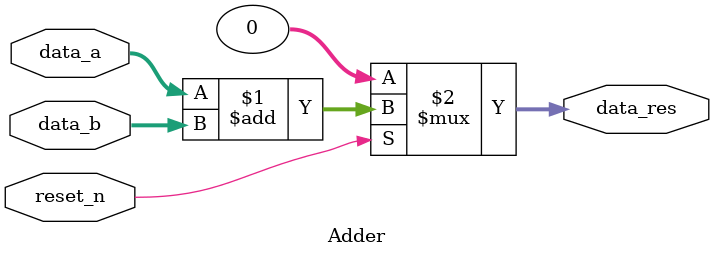
<source format=sv>

module Adder 
//-----------------Parameters-----------------\\
#(
    parameter  BUS  = 32
)
//-----------------Ports-----------------\\
(
    input  logic             reset_n,
    input  logic [(BUS-1):0] data_a,
    input  logic [(BUS-1):0] data_b,

    output logic [(BUS-1):0] data_res
);

//-----------------Logic-----------------\\
assign data_res = reset_n? (data_a + data_b) : {BUS{1'b0}};

endmodule
</source>
